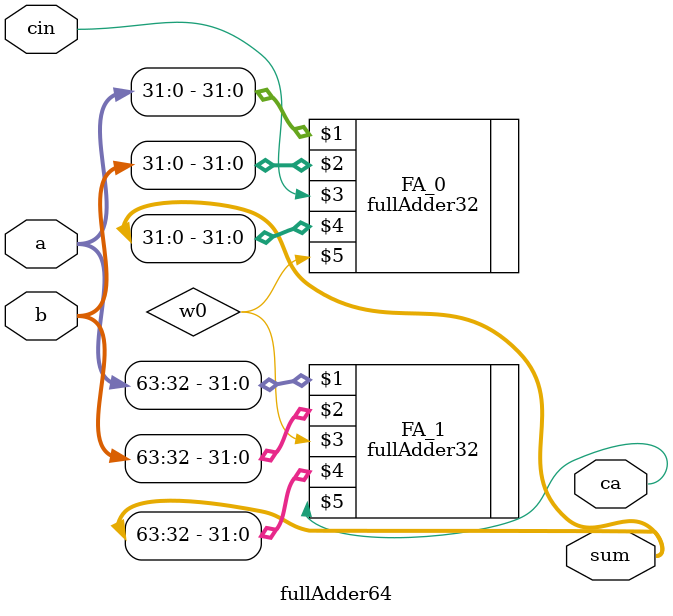
<source format=v>
module fullAdder64 (
    input [63:0]a,
    input [63:0]b,
    input cin,
    output [63:0]sum,
    output ca
);
    wire w0;

    fullAdder32 FA_0(a[31:0],b[31:0],cin,sum[31:0],w0);
    fullAdder32 FA_1(a[63:32],b[63:32],w0,sum[63:32],ca);

endmodule

</source>
